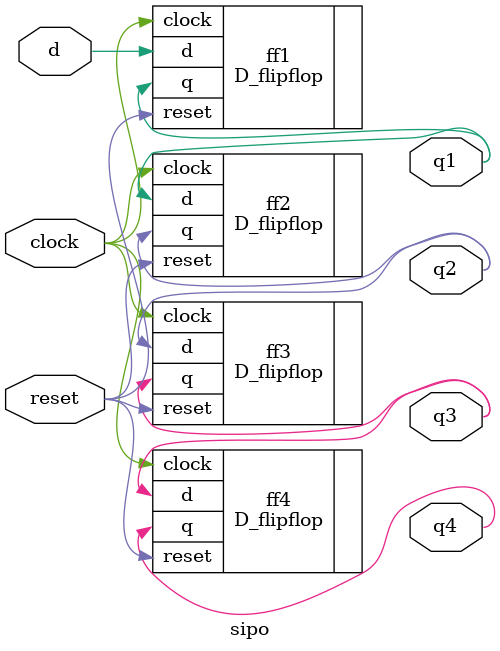
<source format=v>
module sipo(reset,q1,q2,q3,q4,d,clock);

input reset;
input d;
input clock;

wire [2:0]w;

output q1,q2,q3,q4;


D_flipflop ff1(.reset(reset),.d(d),.clock(clock),.q(q1));

D_flipflop ff2(.reset(reset),.d(q1),.clock(clock),.q(q2));

D_flipflop ff3(.reset(reset),.d(q2),.clock(clock),.q(q3));

D_flipflop ff4(.reset(reset),.d(q3),.clock(clock),.q(q4));
 
	  
endmodule

</source>
